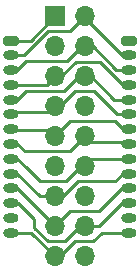
<source format=gbr>
%TF.GenerationSoftware,KiCad,Pcbnew,7.0.1*%
%TF.CreationDate,2023-03-28T23:33:08+09:00*%
%TF.ProjectId,joystick_gpio_input_1p_rasp_part,6a6f7973-7469-4636-9b5f-6770696f5f69,2*%
%TF.SameCoordinates,PX8841978PY69edb98*%
%TF.FileFunction,Copper,L1,Top*%
%TF.FilePolarity,Positive*%
%FSLAX46Y46*%
G04 Gerber Fmt 4.6, Leading zero omitted, Abs format (unit mm)*
G04 Created by KiCad (PCBNEW 7.0.1) date 2023-03-28 23:33:08*
%MOMM*%
%LPD*%
G01*
G04 APERTURE LIST*
G04 Aperture macros list*
%AMRoundRect*
0 Rectangle with rounded corners*
0 $1 Rounding radius*
0 $2 $3 $4 $5 $6 $7 $8 $9 X,Y pos of 4 corners*
0 Add a 4 corners polygon primitive as box body*
4,1,4,$2,$3,$4,$5,$6,$7,$8,$9,$2,$3,0*
0 Add four circle primitives for the rounded corners*
1,1,$1+$1,$2,$3*
1,1,$1+$1,$4,$5*
1,1,$1+$1,$6,$7*
1,1,$1+$1,$8,$9*
0 Add four rect primitives between the rounded corners*
20,1,$1+$1,$2,$3,$4,$5,0*
20,1,$1+$1,$4,$5,$6,$7,0*
20,1,$1+$1,$6,$7,$8,$9,0*
20,1,$1+$1,$8,$9,$2,$3,0*%
G04 Aperture macros list end*
%TA.AperFunction,ComponentPad*%
%ADD10RoundRect,0.200000X-0.450000X0.200000X-0.450000X-0.200000X0.450000X-0.200000X0.450000X0.200000X0*%
%TD*%
%TA.AperFunction,ComponentPad*%
%ADD11O,1.300000X0.800000*%
%TD*%
%TA.AperFunction,ComponentPad*%
%ADD12R,1.700000X1.700000*%
%TD*%
%TA.AperFunction,ComponentPad*%
%ADD13O,1.700000X1.700000*%
%TD*%
%TA.AperFunction,Conductor*%
%ADD14C,0.250000*%
%TD*%
G04 APERTURE END LIST*
D10*
%TO.P,J8,1,Pin_1*%
%TO.N,/1P_UP*%
X10845800Y20055600D03*
D11*
%TO.P,J8,2,Pin_2*%
%TO.N,/1P_TL*%
X10845800Y18805600D03*
%TO.P,J8,3,Pin_3*%
%TO.N,/1P_X*%
X10845800Y17555600D03*
%TO.P,J8,4,Pin_4*%
%TO.N,/1P_DOWN*%
X10845800Y16305600D03*
%TO.P,J8,5,Pin_5*%
%TO.N,/1P_Y*%
X10845800Y15055600D03*
%TO.P,J8,6,Pin_6*%
%TO.N,/1P_LEFT*%
X10845800Y13805600D03*
%TO.P,J8,7,Pin_7*%
%TO.N,/1P_RIGHT*%
X10845800Y12555600D03*
%TO.P,J8,8,Pin_8*%
%TO.N,/1P_TR*%
X10845800Y11305600D03*
%TO.P,J8,9,Pin_9*%
%TO.N,/1P_B*%
X10845800Y10055600D03*
%TO.P,J8,10,Pin_10*%
%TO.N,/1P_START*%
X10845800Y8805600D03*
%TO.P,J8,11,Pin_11*%
%TO.N,/1P_SELECT*%
X10845800Y7555600D03*
%TO.P,J8,12,Pin_12*%
%TO.N,/1P_A*%
X10845800Y6305600D03*
%TO.P,J8,13,Pin_13*%
%TO.N,/1P_GND*%
X10845800Y5055600D03*
%TO.P,J8,14,Pin_14*%
%TO.N,/1P_HK*%
X10845800Y3805600D03*
%TD*%
D12*
%TO.P,J6,1,Pin_1*%
%TO.N,/1P_UP*%
X4592400Y22103000D03*
D13*
%TO.P,J6,2,Pin_2*%
%TO.N,/1P_TL*%
X7132400Y22103000D03*
%TO.P,J6,3,Pin_3*%
%TO.N,/1P_GND*%
X4592400Y19563000D03*
%TO.P,J6,4,Pin_4*%
%TO.N,/1P_X*%
X7132400Y19563000D03*
%TO.P,J6,5,Pin_5*%
%TO.N,/1P_DOWN*%
X4592400Y17023000D03*
%TO.P,J6,6,Pin_6*%
%TO.N,/1P_Y*%
X7132400Y17023000D03*
%TO.P,J6,7,Pin_7*%
%TO.N,/1P_LEFT*%
X4592400Y14483000D03*
%TO.P,J6,8,Pin_8*%
%TO.N,/1P_GND*%
X7132400Y14483000D03*
%TO.P,J6,9,Pin_9*%
%TO.N,/1P_RIGHT*%
X4592400Y11943000D03*
%TO.P,J6,10,Pin_10*%
%TO.N,/1P_TR*%
X7132400Y11943000D03*
%TO.P,J6,11,Pin_11*%
%TO.N,unconnected-(J6-Pin_11-Pad11)*%
X4592400Y9403000D03*
%TO.P,J6,12,Pin_12*%
%TO.N,/1P_B*%
X7132400Y9403000D03*
%TO.P,J6,13,Pin_13*%
%TO.N,/1P_START*%
X4592400Y6863000D03*
%TO.P,J6,14,Pin_14*%
%TO.N,/1P_GND*%
X7132400Y6863000D03*
%TO.P,J6,15,Pin_15*%
%TO.N,/1P_SELECT*%
X4592400Y4323000D03*
%TO.P,J6,16,Pin_16*%
%TO.N,/1P_A*%
X7132400Y4323000D03*
%TO.P,J6,17,Pin_17*%
%TO.N,/1P_HK*%
X4592400Y1783000D03*
%TO.P,J6,18,Pin_18*%
%TO.N,unconnected-(J6-Pin_18-Pad18)*%
X7132400Y1783000D03*
%TD*%
D10*
%TO.P,J10,1,Pin_1*%
%TO.N,/1P_UP*%
X863600Y20055600D03*
D11*
%TO.P,J10,2,Pin_2*%
%TO.N,/1P_TL*%
X863600Y18805600D03*
%TO.P,J10,3,Pin_3*%
%TO.N,/1P_X*%
X863600Y17555600D03*
%TO.P,J10,4,Pin_4*%
%TO.N,/1P_DOWN*%
X863600Y16305600D03*
%TO.P,J10,5,Pin_5*%
%TO.N,/1P_Y*%
X863600Y15055600D03*
%TO.P,J10,6,Pin_6*%
%TO.N,/1P_LEFT*%
X863600Y13805600D03*
%TO.P,J10,7,Pin_7*%
%TO.N,/1P_RIGHT*%
X863600Y12555600D03*
%TO.P,J10,8,Pin_8*%
%TO.N,/1P_TR*%
X863600Y11305600D03*
%TO.P,J10,9,Pin_9*%
%TO.N,/1P_B*%
X863600Y10055600D03*
%TO.P,J10,10,Pin_10*%
%TO.N,/1P_START*%
X863600Y8805600D03*
%TO.P,J10,11,Pin_11*%
%TO.N,/1P_SELECT*%
X863600Y7555600D03*
%TO.P,J10,12,Pin_12*%
%TO.N,/1P_A*%
X863600Y6305600D03*
%TO.P,J10,13,Pin_13*%
%TO.N,/1P_GND*%
X863600Y5055600D03*
%TO.P,J10,14,Pin_14*%
%TO.N,/1P_HK*%
X863600Y3805600D03*
%TD*%
D14*
%TO.N,/1P_UP*%
X2546600Y20057200D02*
X4592400Y22103000D01*
X863600Y20057200D02*
X2546600Y20057200D01*
%TO.N,/1P_DOWN*%
X4592400Y17023000D02*
X5080000Y17023000D01*
X3875000Y16305600D02*
X4592400Y17023000D01*
X863600Y16305600D02*
X3875000Y16305600D01*
X10318600Y16305600D02*
X10845800Y16305600D01*
X6324600Y18267600D02*
X8356600Y18267600D01*
X8356600Y18267600D02*
X10318600Y16305600D01*
X5080000Y17023000D02*
X6324600Y18267600D01*
%TO.N,/1P_LEFT*%
X4592400Y14483000D02*
X5029200Y14483000D01*
X4084400Y13975000D02*
X4592400Y14483000D01*
X9872200Y13805600D02*
X10845800Y13805600D01*
X6299200Y15753000D02*
X7924800Y15753000D01*
X863600Y13805600D02*
X1033000Y13975000D01*
X1033000Y13975000D02*
X4084400Y13975000D01*
X7924800Y15753000D02*
X9872200Y13805600D01*
X5029200Y14483000D02*
X6299200Y15753000D01*
%TO.N,/1P_RIGHT*%
X4592400Y11943000D02*
X5887800Y13238400D01*
X863600Y12555600D02*
X968200Y12451000D01*
X4084400Y12451000D02*
X4592400Y11943000D01*
X5887800Y13238400D02*
X9652000Y13238400D01*
X968200Y12451000D02*
X4084400Y12451000D01*
X9652000Y13238400D02*
X10334800Y12555600D01*
X10334800Y12555600D02*
X10845800Y12555600D01*
%TO.N,/1P_START*%
X10324600Y8805600D02*
X10845800Y8805600D01*
X3352800Y6863000D02*
X4592400Y6863000D01*
X9652000Y8133000D02*
X10324600Y8805600D01*
X863600Y8805600D02*
X1410200Y8805600D01*
X4592400Y6863000D02*
X5228796Y6863000D01*
X6498796Y8133000D02*
X9652000Y8133000D01*
X1410200Y8805600D02*
X3352800Y6863000D01*
X5228796Y6863000D02*
X6498796Y8133000D01*
%TO.N,/1P_SELECT*%
X10293800Y7555600D02*
X10845800Y7555600D01*
X5862400Y5593000D02*
X8331200Y5593000D01*
X4592400Y4323000D02*
X5862400Y5593000D01*
X1359800Y7555600D02*
X4592400Y4323000D01*
X8331200Y5593000D02*
X10293800Y7555600D01*
X863600Y7555600D02*
X1359800Y7555600D01*
%TO.N,/1P_A*%
X6731000Y4323000D02*
X7132400Y4323000D01*
X1421000Y6305600D02*
X2794000Y4932600D01*
X5461000Y3053000D02*
X6731000Y4323000D01*
X3958796Y3053000D02*
X5461000Y3053000D01*
X10293400Y6305600D02*
X10845800Y6305600D01*
X8310800Y4323000D02*
X10293400Y6305600D01*
X2794000Y4217796D02*
X3958796Y3053000D01*
X7132400Y4323000D02*
X8310800Y4323000D01*
X863600Y6305600D02*
X1421000Y6305600D01*
X2794000Y4932600D02*
X2794000Y4217796D01*
%TO.N,/1P_B*%
X7132400Y9403000D02*
X7785000Y10055600D01*
X7785000Y10055600D02*
X10845800Y10055600D01*
X1379400Y10055600D02*
X2179400Y9255600D01*
X6756400Y9403000D02*
X7132400Y9403000D01*
X3303396Y8133000D02*
X5486400Y8133000D01*
X2180796Y9255600D02*
X3303396Y8133000D01*
X5486400Y8133000D02*
X6756400Y9403000D01*
X863600Y10055600D02*
X1379400Y10055600D01*
X2179400Y9255600D02*
X2180796Y9255600D01*
%TO.N,/1P_X*%
X7772400Y19563000D02*
X9779800Y17555600D01*
X2108200Y18293000D02*
X5588000Y18293000D01*
X1370800Y17555600D02*
X2108200Y18293000D01*
X5588000Y18293000D02*
X6858000Y19563000D01*
X863600Y17555600D02*
X1370800Y17555600D01*
X6858000Y19563000D02*
X7132400Y19563000D01*
X9779800Y17555600D02*
X10845800Y17555600D01*
X7132400Y19563000D02*
X7772400Y19563000D01*
%TO.N,/1P_Y*%
X6629400Y17023000D02*
X7132400Y17023000D01*
X7132400Y17023000D02*
X7620000Y17023000D01*
X863600Y15055600D02*
X1410800Y15055600D01*
X5359400Y15753000D02*
X6629400Y17023000D01*
X2108200Y15753000D02*
X5359400Y15753000D01*
X9587400Y15055600D02*
X10845800Y15055600D01*
X1410800Y15055600D02*
X2108200Y15753000D01*
X7620000Y17023000D02*
X9587400Y15055600D01*
%TO.N,/1P_TL*%
X1967000Y18807200D02*
X3992800Y20833000D01*
X5862400Y20833000D02*
X7132400Y22103000D01*
X10267000Y18805600D02*
X7132400Y21940200D01*
X863600Y18807200D02*
X1967000Y18807200D01*
X10845800Y18805600D02*
X10267000Y18805600D01*
X7132400Y21940200D02*
X7132400Y22103000D01*
X3992800Y20833000D02*
X5862400Y20833000D01*
%TO.N,/1P_TR*%
X5862400Y10673000D02*
X7132400Y11943000D01*
X7132400Y11943000D02*
X7615000Y11460400D01*
X7615000Y11460400D02*
X10691000Y11460400D01*
X863600Y11305600D02*
X1399400Y11305600D01*
X1399400Y11305600D02*
X2032000Y10673000D01*
X10691000Y11460400D02*
X10845800Y11305600D01*
X2032000Y10673000D02*
X5862400Y10673000D01*
%TO.N,/1P_HK*%
X10845800Y3805600D02*
X8540200Y3805600D01*
X7787600Y3053000D02*
X6299200Y3053000D01*
X863600Y3807200D02*
X2568200Y3807200D01*
X2568200Y3807200D02*
X4592400Y1783000D01*
X8540200Y3805600D02*
X7787600Y3053000D01*
X5029200Y1783000D02*
X4592400Y1783000D01*
X6299200Y3053000D02*
X5029200Y1783000D01*
%TD*%
M02*

</source>
